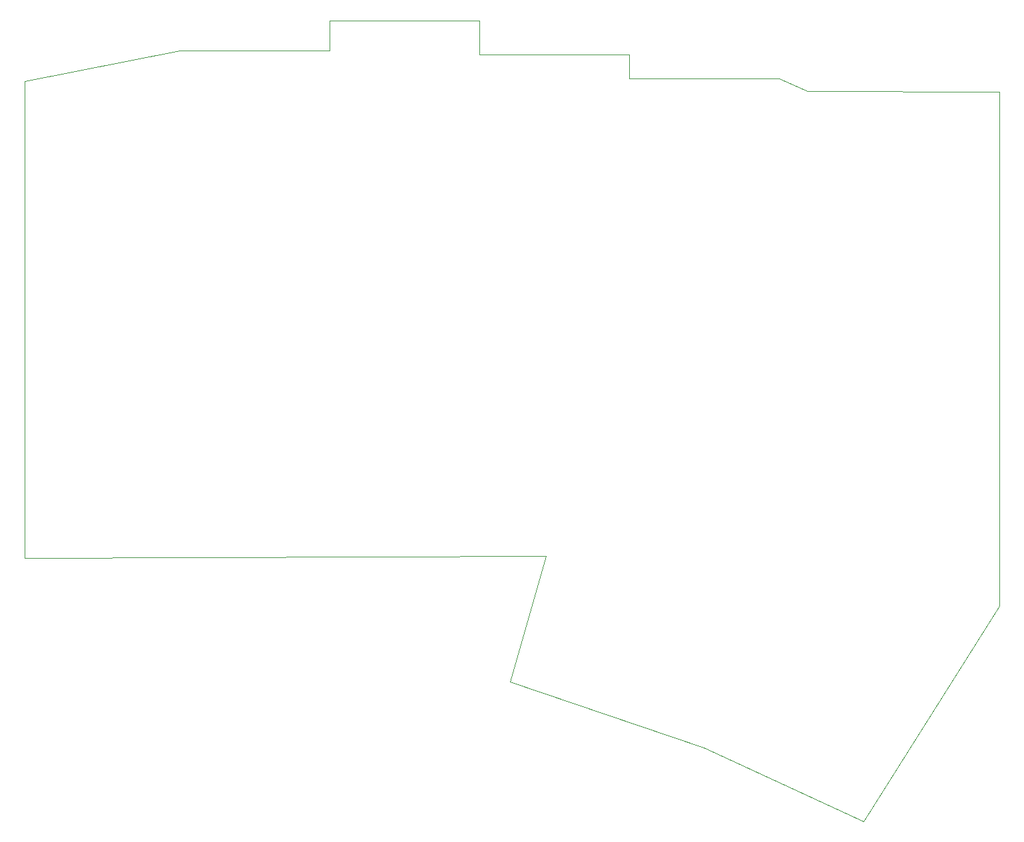
<source format=gbr>
%TF.GenerationSoftware,KiCad,Pcbnew,(6.0.4)*%
%TF.CreationDate,2022-11-15T10:20:28-05:00*%
%TF.ProjectId,Chergo,43686572-676f-42e6-9b69-6361645f7063,rev?*%
%TF.SameCoordinates,Original*%
%TF.FileFunction,Profile,NP*%
%FSLAX46Y46*%
G04 Gerber Fmt 4.6, Leading zero omitted, Abs format (unit mm)*
G04 Created by KiCad (PCBNEW (6.0.4)) date 2022-11-15 10:20:28*
%MOMM*%
%LPD*%
G01*
G04 APERTURE LIST*
%TA.AperFunction,Profile*%
%ADD10C,0.100000*%
%TD*%
G04 APERTURE END LIST*
D10*
X120108943Y-135682379D02*
X144746943Y-144064379D01*
X116170943Y-51482379D02*
X97120943Y-51492379D01*
X97120943Y-51492379D02*
X97110943Y-55282379D01*
X182280943Y-60582379D02*
X182338943Y-113584379D01*
X116180943Y-55792379D02*
X116170943Y-51482379D01*
X157954943Y-60498379D02*
X154290943Y-58842379D01*
X182338943Y-126030379D02*
X182338943Y-113584379D01*
X135230943Y-55812379D02*
X116180943Y-55792379D01*
X97110943Y-55282379D02*
X78070943Y-55292379D01*
X135210943Y-58832379D02*
X135230943Y-55812379D01*
X144746943Y-144064379D02*
X165066943Y-153462379D01*
X165066943Y-153462379D02*
X182338943Y-126030379D01*
X78070943Y-55292379D02*
X58386943Y-59228379D01*
X58386943Y-119934379D02*
X124680943Y-119680379D01*
X58386943Y-59228379D02*
X58386943Y-119934379D01*
X154290943Y-58842379D02*
X135210943Y-58832379D01*
X124680943Y-119680379D02*
X120108943Y-135682379D01*
X157954943Y-60498379D02*
X182280943Y-60582379D01*
M02*

</source>
